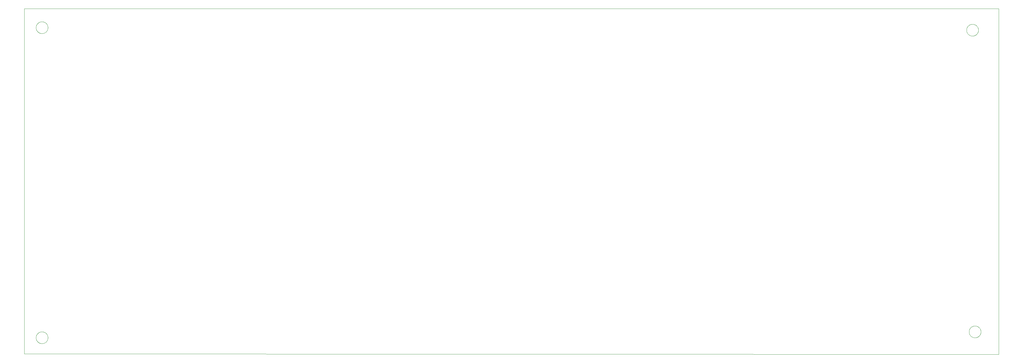
<source format=gko>
G75*
%MOIN*%
%OFA0B0*%
%FSLAX25Y25*%
%IPPOS*%
%LPD*%
%AMOC8*
5,1,8,0,0,1.08239X$1,22.5*
%
%ADD10C,0.00000*%
D10*
X0001500Y0002000D02*
X0001500Y0415201D01*
X1165421Y0415201D01*
X1165421Y0001500D01*
X0001500Y0002000D01*
X0015413Y0021500D02*
X0015415Y0021674D01*
X0015422Y0021848D01*
X0015432Y0022021D01*
X0015447Y0022195D01*
X0015466Y0022368D01*
X0015490Y0022540D01*
X0015517Y0022712D01*
X0015549Y0022883D01*
X0015585Y0023053D01*
X0015625Y0023222D01*
X0015670Y0023390D01*
X0015718Y0023557D01*
X0015771Y0023723D01*
X0015827Y0023888D01*
X0015888Y0024051D01*
X0015952Y0024212D01*
X0016021Y0024372D01*
X0016093Y0024530D01*
X0016170Y0024686D01*
X0016250Y0024841D01*
X0016334Y0024993D01*
X0016421Y0025143D01*
X0016513Y0025292D01*
X0016607Y0025437D01*
X0016706Y0025581D01*
X0016808Y0025722D01*
X0016913Y0025860D01*
X0017022Y0025996D01*
X0017134Y0026129D01*
X0017249Y0026259D01*
X0017367Y0026387D01*
X0017489Y0026511D01*
X0017613Y0026633D01*
X0017741Y0026751D01*
X0017871Y0026866D01*
X0018004Y0026978D01*
X0018140Y0027087D01*
X0018278Y0027192D01*
X0018419Y0027294D01*
X0018563Y0027393D01*
X0018708Y0027487D01*
X0018857Y0027579D01*
X0019007Y0027666D01*
X0019159Y0027750D01*
X0019314Y0027830D01*
X0019470Y0027907D01*
X0019628Y0027979D01*
X0019788Y0028048D01*
X0019949Y0028112D01*
X0020112Y0028173D01*
X0020277Y0028229D01*
X0020443Y0028282D01*
X0020610Y0028330D01*
X0020778Y0028375D01*
X0020947Y0028415D01*
X0021117Y0028451D01*
X0021288Y0028483D01*
X0021460Y0028510D01*
X0021632Y0028534D01*
X0021805Y0028553D01*
X0021979Y0028568D01*
X0022152Y0028578D01*
X0022326Y0028585D01*
X0022500Y0028587D01*
X0022674Y0028585D01*
X0022848Y0028578D01*
X0023021Y0028568D01*
X0023195Y0028553D01*
X0023368Y0028534D01*
X0023540Y0028510D01*
X0023712Y0028483D01*
X0023883Y0028451D01*
X0024053Y0028415D01*
X0024222Y0028375D01*
X0024390Y0028330D01*
X0024557Y0028282D01*
X0024723Y0028229D01*
X0024888Y0028173D01*
X0025051Y0028112D01*
X0025212Y0028048D01*
X0025372Y0027979D01*
X0025530Y0027907D01*
X0025686Y0027830D01*
X0025841Y0027750D01*
X0025993Y0027666D01*
X0026143Y0027579D01*
X0026292Y0027487D01*
X0026437Y0027393D01*
X0026581Y0027294D01*
X0026722Y0027192D01*
X0026860Y0027087D01*
X0026996Y0026978D01*
X0027129Y0026866D01*
X0027259Y0026751D01*
X0027387Y0026633D01*
X0027511Y0026511D01*
X0027633Y0026387D01*
X0027751Y0026259D01*
X0027866Y0026129D01*
X0027978Y0025996D01*
X0028087Y0025860D01*
X0028192Y0025722D01*
X0028294Y0025581D01*
X0028393Y0025437D01*
X0028487Y0025292D01*
X0028579Y0025143D01*
X0028666Y0024993D01*
X0028750Y0024841D01*
X0028830Y0024686D01*
X0028907Y0024530D01*
X0028979Y0024372D01*
X0029048Y0024212D01*
X0029112Y0024051D01*
X0029173Y0023888D01*
X0029229Y0023723D01*
X0029282Y0023557D01*
X0029330Y0023390D01*
X0029375Y0023222D01*
X0029415Y0023053D01*
X0029451Y0022883D01*
X0029483Y0022712D01*
X0029510Y0022540D01*
X0029534Y0022368D01*
X0029553Y0022195D01*
X0029568Y0022021D01*
X0029578Y0021848D01*
X0029585Y0021674D01*
X0029587Y0021500D01*
X0029585Y0021326D01*
X0029578Y0021152D01*
X0029568Y0020979D01*
X0029553Y0020805D01*
X0029534Y0020632D01*
X0029510Y0020460D01*
X0029483Y0020288D01*
X0029451Y0020117D01*
X0029415Y0019947D01*
X0029375Y0019778D01*
X0029330Y0019610D01*
X0029282Y0019443D01*
X0029229Y0019277D01*
X0029173Y0019112D01*
X0029112Y0018949D01*
X0029048Y0018788D01*
X0028979Y0018628D01*
X0028907Y0018470D01*
X0028830Y0018314D01*
X0028750Y0018159D01*
X0028666Y0018007D01*
X0028579Y0017857D01*
X0028487Y0017708D01*
X0028393Y0017563D01*
X0028294Y0017419D01*
X0028192Y0017278D01*
X0028087Y0017140D01*
X0027978Y0017004D01*
X0027866Y0016871D01*
X0027751Y0016741D01*
X0027633Y0016613D01*
X0027511Y0016489D01*
X0027387Y0016367D01*
X0027259Y0016249D01*
X0027129Y0016134D01*
X0026996Y0016022D01*
X0026860Y0015913D01*
X0026722Y0015808D01*
X0026581Y0015706D01*
X0026437Y0015607D01*
X0026292Y0015513D01*
X0026143Y0015421D01*
X0025993Y0015334D01*
X0025841Y0015250D01*
X0025686Y0015170D01*
X0025530Y0015093D01*
X0025372Y0015021D01*
X0025212Y0014952D01*
X0025051Y0014888D01*
X0024888Y0014827D01*
X0024723Y0014771D01*
X0024557Y0014718D01*
X0024390Y0014670D01*
X0024222Y0014625D01*
X0024053Y0014585D01*
X0023883Y0014549D01*
X0023712Y0014517D01*
X0023540Y0014490D01*
X0023368Y0014466D01*
X0023195Y0014447D01*
X0023021Y0014432D01*
X0022848Y0014422D01*
X0022674Y0014415D01*
X0022500Y0014413D01*
X0022326Y0014415D01*
X0022152Y0014422D01*
X0021979Y0014432D01*
X0021805Y0014447D01*
X0021632Y0014466D01*
X0021460Y0014490D01*
X0021288Y0014517D01*
X0021117Y0014549D01*
X0020947Y0014585D01*
X0020778Y0014625D01*
X0020610Y0014670D01*
X0020443Y0014718D01*
X0020277Y0014771D01*
X0020112Y0014827D01*
X0019949Y0014888D01*
X0019788Y0014952D01*
X0019628Y0015021D01*
X0019470Y0015093D01*
X0019314Y0015170D01*
X0019159Y0015250D01*
X0019007Y0015334D01*
X0018857Y0015421D01*
X0018708Y0015513D01*
X0018563Y0015607D01*
X0018419Y0015706D01*
X0018278Y0015808D01*
X0018140Y0015913D01*
X0018004Y0016022D01*
X0017871Y0016134D01*
X0017741Y0016249D01*
X0017613Y0016367D01*
X0017489Y0016489D01*
X0017367Y0016613D01*
X0017249Y0016741D01*
X0017134Y0016871D01*
X0017022Y0017004D01*
X0016913Y0017140D01*
X0016808Y0017278D01*
X0016706Y0017419D01*
X0016607Y0017563D01*
X0016513Y0017708D01*
X0016421Y0017857D01*
X0016334Y0018007D01*
X0016250Y0018159D01*
X0016170Y0018314D01*
X0016093Y0018470D01*
X0016021Y0018628D01*
X0015952Y0018788D01*
X0015888Y0018949D01*
X0015827Y0019112D01*
X0015771Y0019277D01*
X0015718Y0019443D01*
X0015670Y0019610D01*
X0015625Y0019778D01*
X0015585Y0019947D01*
X0015549Y0020117D01*
X0015517Y0020288D01*
X0015490Y0020460D01*
X0015466Y0020632D01*
X0015447Y0020805D01*
X0015432Y0020979D01*
X0015422Y0021152D01*
X0015415Y0021326D01*
X0015413Y0021500D01*
X0015413Y0392500D02*
X0015415Y0392674D01*
X0015422Y0392848D01*
X0015432Y0393021D01*
X0015447Y0393195D01*
X0015466Y0393368D01*
X0015490Y0393540D01*
X0015517Y0393712D01*
X0015549Y0393883D01*
X0015585Y0394053D01*
X0015625Y0394222D01*
X0015670Y0394390D01*
X0015718Y0394557D01*
X0015771Y0394723D01*
X0015827Y0394888D01*
X0015888Y0395051D01*
X0015952Y0395212D01*
X0016021Y0395372D01*
X0016093Y0395530D01*
X0016170Y0395686D01*
X0016250Y0395841D01*
X0016334Y0395993D01*
X0016421Y0396143D01*
X0016513Y0396292D01*
X0016607Y0396437D01*
X0016706Y0396581D01*
X0016808Y0396722D01*
X0016913Y0396860D01*
X0017022Y0396996D01*
X0017134Y0397129D01*
X0017249Y0397259D01*
X0017367Y0397387D01*
X0017489Y0397511D01*
X0017613Y0397633D01*
X0017741Y0397751D01*
X0017871Y0397866D01*
X0018004Y0397978D01*
X0018140Y0398087D01*
X0018278Y0398192D01*
X0018419Y0398294D01*
X0018563Y0398393D01*
X0018708Y0398487D01*
X0018857Y0398579D01*
X0019007Y0398666D01*
X0019159Y0398750D01*
X0019314Y0398830D01*
X0019470Y0398907D01*
X0019628Y0398979D01*
X0019788Y0399048D01*
X0019949Y0399112D01*
X0020112Y0399173D01*
X0020277Y0399229D01*
X0020443Y0399282D01*
X0020610Y0399330D01*
X0020778Y0399375D01*
X0020947Y0399415D01*
X0021117Y0399451D01*
X0021288Y0399483D01*
X0021460Y0399510D01*
X0021632Y0399534D01*
X0021805Y0399553D01*
X0021979Y0399568D01*
X0022152Y0399578D01*
X0022326Y0399585D01*
X0022500Y0399587D01*
X0022674Y0399585D01*
X0022848Y0399578D01*
X0023021Y0399568D01*
X0023195Y0399553D01*
X0023368Y0399534D01*
X0023540Y0399510D01*
X0023712Y0399483D01*
X0023883Y0399451D01*
X0024053Y0399415D01*
X0024222Y0399375D01*
X0024390Y0399330D01*
X0024557Y0399282D01*
X0024723Y0399229D01*
X0024888Y0399173D01*
X0025051Y0399112D01*
X0025212Y0399048D01*
X0025372Y0398979D01*
X0025530Y0398907D01*
X0025686Y0398830D01*
X0025841Y0398750D01*
X0025993Y0398666D01*
X0026143Y0398579D01*
X0026292Y0398487D01*
X0026437Y0398393D01*
X0026581Y0398294D01*
X0026722Y0398192D01*
X0026860Y0398087D01*
X0026996Y0397978D01*
X0027129Y0397866D01*
X0027259Y0397751D01*
X0027387Y0397633D01*
X0027511Y0397511D01*
X0027633Y0397387D01*
X0027751Y0397259D01*
X0027866Y0397129D01*
X0027978Y0396996D01*
X0028087Y0396860D01*
X0028192Y0396722D01*
X0028294Y0396581D01*
X0028393Y0396437D01*
X0028487Y0396292D01*
X0028579Y0396143D01*
X0028666Y0395993D01*
X0028750Y0395841D01*
X0028830Y0395686D01*
X0028907Y0395530D01*
X0028979Y0395372D01*
X0029048Y0395212D01*
X0029112Y0395051D01*
X0029173Y0394888D01*
X0029229Y0394723D01*
X0029282Y0394557D01*
X0029330Y0394390D01*
X0029375Y0394222D01*
X0029415Y0394053D01*
X0029451Y0393883D01*
X0029483Y0393712D01*
X0029510Y0393540D01*
X0029534Y0393368D01*
X0029553Y0393195D01*
X0029568Y0393021D01*
X0029578Y0392848D01*
X0029585Y0392674D01*
X0029587Y0392500D01*
X0029585Y0392326D01*
X0029578Y0392152D01*
X0029568Y0391979D01*
X0029553Y0391805D01*
X0029534Y0391632D01*
X0029510Y0391460D01*
X0029483Y0391288D01*
X0029451Y0391117D01*
X0029415Y0390947D01*
X0029375Y0390778D01*
X0029330Y0390610D01*
X0029282Y0390443D01*
X0029229Y0390277D01*
X0029173Y0390112D01*
X0029112Y0389949D01*
X0029048Y0389788D01*
X0028979Y0389628D01*
X0028907Y0389470D01*
X0028830Y0389314D01*
X0028750Y0389159D01*
X0028666Y0389007D01*
X0028579Y0388857D01*
X0028487Y0388708D01*
X0028393Y0388563D01*
X0028294Y0388419D01*
X0028192Y0388278D01*
X0028087Y0388140D01*
X0027978Y0388004D01*
X0027866Y0387871D01*
X0027751Y0387741D01*
X0027633Y0387613D01*
X0027511Y0387489D01*
X0027387Y0387367D01*
X0027259Y0387249D01*
X0027129Y0387134D01*
X0026996Y0387022D01*
X0026860Y0386913D01*
X0026722Y0386808D01*
X0026581Y0386706D01*
X0026437Y0386607D01*
X0026292Y0386513D01*
X0026143Y0386421D01*
X0025993Y0386334D01*
X0025841Y0386250D01*
X0025686Y0386170D01*
X0025530Y0386093D01*
X0025372Y0386021D01*
X0025212Y0385952D01*
X0025051Y0385888D01*
X0024888Y0385827D01*
X0024723Y0385771D01*
X0024557Y0385718D01*
X0024390Y0385670D01*
X0024222Y0385625D01*
X0024053Y0385585D01*
X0023883Y0385549D01*
X0023712Y0385517D01*
X0023540Y0385490D01*
X0023368Y0385466D01*
X0023195Y0385447D01*
X0023021Y0385432D01*
X0022848Y0385422D01*
X0022674Y0385415D01*
X0022500Y0385413D01*
X0022326Y0385415D01*
X0022152Y0385422D01*
X0021979Y0385432D01*
X0021805Y0385447D01*
X0021632Y0385466D01*
X0021460Y0385490D01*
X0021288Y0385517D01*
X0021117Y0385549D01*
X0020947Y0385585D01*
X0020778Y0385625D01*
X0020610Y0385670D01*
X0020443Y0385718D01*
X0020277Y0385771D01*
X0020112Y0385827D01*
X0019949Y0385888D01*
X0019788Y0385952D01*
X0019628Y0386021D01*
X0019470Y0386093D01*
X0019314Y0386170D01*
X0019159Y0386250D01*
X0019007Y0386334D01*
X0018857Y0386421D01*
X0018708Y0386513D01*
X0018563Y0386607D01*
X0018419Y0386706D01*
X0018278Y0386808D01*
X0018140Y0386913D01*
X0018004Y0387022D01*
X0017871Y0387134D01*
X0017741Y0387249D01*
X0017613Y0387367D01*
X0017489Y0387489D01*
X0017367Y0387613D01*
X0017249Y0387741D01*
X0017134Y0387871D01*
X0017022Y0388004D01*
X0016913Y0388140D01*
X0016808Y0388278D01*
X0016706Y0388419D01*
X0016607Y0388563D01*
X0016513Y0388708D01*
X0016421Y0388857D01*
X0016334Y0389007D01*
X0016250Y0389159D01*
X0016170Y0389314D01*
X0016093Y0389470D01*
X0016021Y0389628D01*
X0015952Y0389788D01*
X0015888Y0389949D01*
X0015827Y0390112D01*
X0015771Y0390277D01*
X0015718Y0390443D01*
X0015670Y0390610D01*
X0015625Y0390778D01*
X0015585Y0390947D01*
X0015549Y0391117D01*
X0015517Y0391288D01*
X0015490Y0391460D01*
X0015466Y0391632D01*
X0015447Y0391805D01*
X0015432Y0391979D01*
X0015422Y0392152D01*
X0015415Y0392326D01*
X0015413Y0392500D01*
X1126913Y0389500D02*
X1126915Y0389674D01*
X1126922Y0389848D01*
X1126932Y0390021D01*
X1126947Y0390195D01*
X1126966Y0390368D01*
X1126990Y0390540D01*
X1127017Y0390712D01*
X1127049Y0390883D01*
X1127085Y0391053D01*
X1127125Y0391222D01*
X1127170Y0391390D01*
X1127218Y0391557D01*
X1127271Y0391723D01*
X1127327Y0391888D01*
X1127388Y0392051D01*
X1127452Y0392212D01*
X1127521Y0392372D01*
X1127593Y0392530D01*
X1127670Y0392686D01*
X1127750Y0392841D01*
X1127834Y0392993D01*
X1127921Y0393143D01*
X1128013Y0393292D01*
X1128107Y0393437D01*
X1128206Y0393581D01*
X1128308Y0393722D01*
X1128413Y0393860D01*
X1128522Y0393996D01*
X1128634Y0394129D01*
X1128749Y0394259D01*
X1128867Y0394387D01*
X1128989Y0394511D01*
X1129113Y0394633D01*
X1129241Y0394751D01*
X1129371Y0394866D01*
X1129504Y0394978D01*
X1129640Y0395087D01*
X1129778Y0395192D01*
X1129919Y0395294D01*
X1130063Y0395393D01*
X1130208Y0395487D01*
X1130357Y0395579D01*
X1130507Y0395666D01*
X1130659Y0395750D01*
X1130814Y0395830D01*
X1130970Y0395907D01*
X1131128Y0395979D01*
X1131288Y0396048D01*
X1131449Y0396112D01*
X1131612Y0396173D01*
X1131777Y0396229D01*
X1131943Y0396282D01*
X1132110Y0396330D01*
X1132278Y0396375D01*
X1132447Y0396415D01*
X1132617Y0396451D01*
X1132788Y0396483D01*
X1132960Y0396510D01*
X1133132Y0396534D01*
X1133305Y0396553D01*
X1133479Y0396568D01*
X1133652Y0396578D01*
X1133826Y0396585D01*
X1134000Y0396587D01*
X1134174Y0396585D01*
X1134348Y0396578D01*
X1134521Y0396568D01*
X1134695Y0396553D01*
X1134868Y0396534D01*
X1135040Y0396510D01*
X1135212Y0396483D01*
X1135383Y0396451D01*
X1135553Y0396415D01*
X1135722Y0396375D01*
X1135890Y0396330D01*
X1136057Y0396282D01*
X1136223Y0396229D01*
X1136388Y0396173D01*
X1136551Y0396112D01*
X1136712Y0396048D01*
X1136872Y0395979D01*
X1137030Y0395907D01*
X1137186Y0395830D01*
X1137341Y0395750D01*
X1137493Y0395666D01*
X1137643Y0395579D01*
X1137792Y0395487D01*
X1137937Y0395393D01*
X1138081Y0395294D01*
X1138222Y0395192D01*
X1138360Y0395087D01*
X1138496Y0394978D01*
X1138629Y0394866D01*
X1138759Y0394751D01*
X1138887Y0394633D01*
X1139011Y0394511D01*
X1139133Y0394387D01*
X1139251Y0394259D01*
X1139366Y0394129D01*
X1139478Y0393996D01*
X1139587Y0393860D01*
X1139692Y0393722D01*
X1139794Y0393581D01*
X1139893Y0393437D01*
X1139987Y0393292D01*
X1140079Y0393143D01*
X1140166Y0392993D01*
X1140250Y0392841D01*
X1140330Y0392686D01*
X1140407Y0392530D01*
X1140479Y0392372D01*
X1140548Y0392212D01*
X1140612Y0392051D01*
X1140673Y0391888D01*
X1140729Y0391723D01*
X1140782Y0391557D01*
X1140830Y0391390D01*
X1140875Y0391222D01*
X1140915Y0391053D01*
X1140951Y0390883D01*
X1140983Y0390712D01*
X1141010Y0390540D01*
X1141034Y0390368D01*
X1141053Y0390195D01*
X1141068Y0390021D01*
X1141078Y0389848D01*
X1141085Y0389674D01*
X1141087Y0389500D01*
X1141085Y0389326D01*
X1141078Y0389152D01*
X1141068Y0388979D01*
X1141053Y0388805D01*
X1141034Y0388632D01*
X1141010Y0388460D01*
X1140983Y0388288D01*
X1140951Y0388117D01*
X1140915Y0387947D01*
X1140875Y0387778D01*
X1140830Y0387610D01*
X1140782Y0387443D01*
X1140729Y0387277D01*
X1140673Y0387112D01*
X1140612Y0386949D01*
X1140548Y0386788D01*
X1140479Y0386628D01*
X1140407Y0386470D01*
X1140330Y0386314D01*
X1140250Y0386159D01*
X1140166Y0386007D01*
X1140079Y0385857D01*
X1139987Y0385708D01*
X1139893Y0385563D01*
X1139794Y0385419D01*
X1139692Y0385278D01*
X1139587Y0385140D01*
X1139478Y0385004D01*
X1139366Y0384871D01*
X1139251Y0384741D01*
X1139133Y0384613D01*
X1139011Y0384489D01*
X1138887Y0384367D01*
X1138759Y0384249D01*
X1138629Y0384134D01*
X1138496Y0384022D01*
X1138360Y0383913D01*
X1138222Y0383808D01*
X1138081Y0383706D01*
X1137937Y0383607D01*
X1137792Y0383513D01*
X1137643Y0383421D01*
X1137493Y0383334D01*
X1137341Y0383250D01*
X1137186Y0383170D01*
X1137030Y0383093D01*
X1136872Y0383021D01*
X1136712Y0382952D01*
X1136551Y0382888D01*
X1136388Y0382827D01*
X1136223Y0382771D01*
X1136057Y0382718D01*
X1135890Y0382670D01*
X1135722Y0382625D01*
X1135553Y0382585D01*
X1135383Y0382549D01*
X1135212Y0382517D01*
X1135040Y0382490D01*
X1134868Y0382466D01*
X1134695Y0382447D01*
X1134521Y0382432D01*
X1134348Y0382422D01*
X1134174Y0382415D01*
X1134000Y0382413D01*
X1133826Y0382415D01*
X1133652Y0382422D01*
X1133479Y0382432D01*
X1133305Y0382447D01*
X1133132Y0382466D01*
X1132960Y0382490D01*
X1132788Y0382517D01*
X1132617Y0382549D01*
X1132447Y0382585D01*
X1132278Y0382625D01*
X1132110Y0382670D01*
X1131943Y0382718D01*
X1131777Y0382771D01*
X1131612Y0382827D01*
X1131449Y0382888D01*
X1131288Y0382952D01*
X1131128Y0383021D01*
X1130970Y0383093D01*
X1130814Y0383170D01*
X1130659Y0383250D01*
X1130507Y0383334D01*
X1130357Y0383421D01*
X1130208Y0383513D01*
X1130063Y0383607D01*
X1129919Y0383706D01*
X1129778Y0383808D01*
X1129640Y0383913D01*
X1129504Y0384022D01*
X1129371Y0384134D01*
X1129241Y0384249D01*
X1129113Y0384367D01*
X1128989Y0384489D01*
X1128867Y0384613D01*
X1128749Y0384741D01*
X1128634Y0384871D01*
X1128522Y0385004D01*
X1128413Y0385140D01*
X1128308Y0385278D01*
X1128206Y0385419D01*
X1128107Y0385563D01*
X1128013Y0385708D01*
X1127921Y0385857D01*
X1127834Y0386007D01*
X1127750Y0386159D01*
X1127670Y0386314D01*
X1127593Y0386470D01*
X1127521Y0386628D01*
X1127452Y0386788D01*
X1127388Y0386949D01*
X1127327Y0387112D01*
X1127271Y0387277D01*
X1127218Y0387443D01*
X1127170Y0387610D01*
X1127125Y0387778D01*
X1127085Y0387947D01*
X1127049Y0388117D01*
X1127017Y0388288D01*
X1126990Y0388460D01*
X1126966Y0388632D01*
X1126947Y0388805D01*
X1126932Y0388979D01*
X1126922Y0389152D01*
X1126915Y0389326D01*
X1126913Y0389500D01*
X1129913Y0028500D02*
X1129915Y0028674D01*
X1129922Y0028848D01*
X1129932Y0029021D01*
X1129947Y0029195D01*
X1129966Y0029368D01*
X1129990Y0029540D01*
X1130017Y0029712D01*
X1130049Y0029883D01*
X1130085Y0030053D01*
X1130125Y0030222D01*
X1130170Y0030390D01*
X1130218Y0030557D01*
X1130271Y0030723D01*
X1130327Y0030888D01*
X1130388Y0031051D01*
X1130452Y0031212D01*
X1130521Y0031372D01*
X1130593Y0031530D01*
X1130670Y0031686D01*
X1130750Y0031841D01*
X1130834Y0031993D01*
X1130921Y0032143D01*
X1131013Y0032292D01*
X1131107Y0032437D01*
X1131206Y0032581D01*
X1131308Y0032722D01*
X1131413Y0032860D01*
X1131522Y0032996D01*
X1131634Y0033129D01*
X1131749Y0033259D01*
X1131867Y0033387D01*
X1131989Y0033511D01*
X1132113Y0033633D01*
X1132241Y0033751D01*
X1132371Y0033866D01*
X1132504Y0033978D01*
X1132640Y0034087D01*
X1132778Y0034192D01*
X1132919Y0034294D01*
X1133063Y0034393D01*
X1133208Y0034487D01*
X1133357Y0034579D01*
X1133507Y0034666D01*
X1133659Y0034750D01*
X1133814Y0034830D01*
X1133970Y0034907D01*
X1134128Y0034979D01*
X1134288Y0035048D01*
X1134449Y0035112D01*
X1134612Y0035173D01*
X1134777Y0035229D01*
X1134943Y0035282D01*
X1135110Y0035330D01*
X1135278Y0035375D01*
X1135447Y0035415D01*
X1135617Y0035451D01*
X1135788Y0035483D01*
X1135960Y0035510D01*
X1136132Y0035534D01*
X1136305Y0035553D01*
X1136479Y0035568D01*
X1136652Y0035578D01*
X1136826Y0035585D01*
X1137000Y0035587D01*
X1137174Y0035585D01*
X1137348Y0035578D01*
X1137521Y0035568D01*
X1137695Y0035553D01*
X1137868Y0035534D01*
X1138040Y0035510D01*
X1138212Y0035483D01*
X1138383Y0035451D01*
X1138553Y0035415D01*
X1138722Y0035375D01*
X1138890Y0035330D01*
X1139057Y0035282D01*
X1139223Y0035229D01*
X1139388Y0035173D01*
X1139551Y0035112D01*
X1139712Y0035048D01*
X1139872Y0034979D01*
X1140030Y0034907D01*
X1140186Y0034830D01*
X1140341Y0034750D01*
X1140493Y0034666D01*
X1140643Y0034579D01*
X1140792Y0034487D01*
X1140937Y0034393D01*
X1141081Y0034294D01*
X1141222Y0034192D01*
X1141360Y0034087D01*
X1141496Y0033978D01*
X1141629Y0033866D01*
X1141759Y0033751D01*
X1141887Y0033633D01*
X1142011Y0033511D01*
X1142133Y0033387D01*
X1142251Y0033259D01*
X1142366Y0033129D01*
X1142478Y0032996D01*
X1142587Y0032860D01*
X1142692Y0032722D01*
X1142794Y0032581D01*
X1142893Y0032437D01*
X1142987Y0032292D01*
X1143079Y0032143D01*
X1143166Y0031993D01*
X1143250Y0031841D01*
X1143330Y0031686D01*
X1143407Y0031530D01*
X1143479Y0031372D01*
X1143548Y0031212D01*
X1143612Y0031051D01*
X1143673Y0030888D01*
X1143729Y0030723D01*
X1143782Y0030557D01*
X1143830Y0030390D01*
X1143875Y0030222D01*
X1143915Y0030053D01*
X1143951Y0029883D01*
X1143983Y0029712D01*
X1144010Y0029540D01*
X1144034Y0029368D01*
X1144053Y0029195D01*
X1144068Y0029021D01*
X1144078Y0028848D01*
X1144085Y0028674D01*
X1144087Y0028500D01*
X1144085Y0028326D01*
X1144078Y0028152D01*
X1144068Y0027979D01*
X1144053Y0027805D01*
X1144034Y0027632D01*
X1144010Y0027460D01*
X1143983Y0027288D01*
X1143951Y0027117D01*
X1143915Y0026947D01*
X1143875Y0026778D01*
X1143830Y0026610D01*
X1143782Y0026443D01*
X1143729Y0026277D01*
X1143673Y0026112D01*
X1143612Y0025949D01*
X1143548Y0025788D01*
X1143479Y0025628D01*
X1143407Y0025470D01*
X1143330Y0025314D01*
X1143250Y0025159D01*
X1143166Y0025007D01*
X1143079Y0024857D01*
X1142987Y0024708D01*
X1142893Y0024563D01*
X1142794Y0024419D01*
X1142692Y0024278D01*
X1142587Y0024140D01*
X1142478Y0024004D01*
X1142366Y0023871D01*
X1142251Y0023741D01*
X1142133Y0023613D01*
X1142011Y0023489D01*
X1141887Y0023367D01*
X1141759Y0023249D01*
X1141629Y0023134D01*
X1141496Y0023022D01*
X1141360Y0022913D01*
X1141222Y0022808D01*
X1141081Y0022706D01*
X1140937Y0022607D01*
X1140792Y0022513D01*
X1140643Y0022421D01*
X1140493Y0022334D01*
X1140341Y0022250D01*
X1140186Y0022170D01*
X1140030Y0022093D01*
X1139872Y0022021D01*
X1139712Y0021952D01*
X1139551Y0021888D01*
X1139388Y0021827D01*
X1139223Y0021771D01*
X1139057Y0021718D01*
X1138890Y0021670D01*
X1138722Y0021625D01*
X1138553Y0021585D01*
X1138383Y0021549D01*
X1138212Y0021517D01*
X1138040Y0021490D01*
X1137868Y0021466D01*
X1137695Y0021447D01*
X1137521Y0021432D01*
X1137348Y0021422D01*
X1137174Y0021415D01*
X1137000Y0021413D01*
X1136826Y0021415D01*
X1136652Y0021422D01*
X1136479Y0021432D01*
X1136305Y0021447D01*
X1136132Y0021466D01*
X1135960Y0021490D01*
X1135788Y0021517D01*
X1135617Y0021549D01*
X1135447Y0021585D01*
X1135278Y0021625D01*
X1135110Y0021670D01*
X1134943Y0021718D01*
X1134777Y0021771D01*
X1134612Y0021827D01*
X1134449Y0021888D01*
X1134288Y0021952D01*
X1134128Y0022021D01*
X1133970Y0022093D01*
X1133814Y0022170D01*
X1133659Y0022250D01*
X1133507Y0022334D01*
X1133357Y0022421D01*
X1133208Y0022513D01*
X1133063Y0022607D01*
X1132919Y0022706D01*
X1132778Y0022808D01*
X1132640Y0022913D01*
X1132504Y0023022D01*
X1132371Y0023134D01*
X1132241Y0023249D01*
X1132113Y0023367D01*
X1131989Y0023489D01*
X1131867Y0023613D01*
X1131749Y0023741D01*
X1131634Y0023871D01*
X1131522Y0024004D01*
X1131413Y0024140D01*
X1131308Y0024278D01*
X1131206Y0024419D01*
X1131107Y0024563D01*
X1131013Y0024708D01*
X1130921Y0024857D01*
X1130834Y0025007D01*
X1130750Y0025159D01*
X1130670Y0025314D01*
X1130593Y0025470D01*
X1130521Y0025628D01*
X1130452Y0025788D01*
X1130388Y0025949D01*
X1130327Y0026112D01*
X1130271Y0026277D01*
X1130218Y0026443D01*
X1130170Y0026610D01*
X1130125Y0026778D01*
X1130085Y0026947D01*
X1130049Y0027117D01*
X1130017Y0027288D01*
X1129990Y0027460D01*
X1129966Y0027632D01*
X1129947Y0027805D01*
X1129932Y0027979D01*
X1129922Y0028152D01*
X1129915Y0028326D01*
X1129913Y0028500D01*
M02*

</source>
